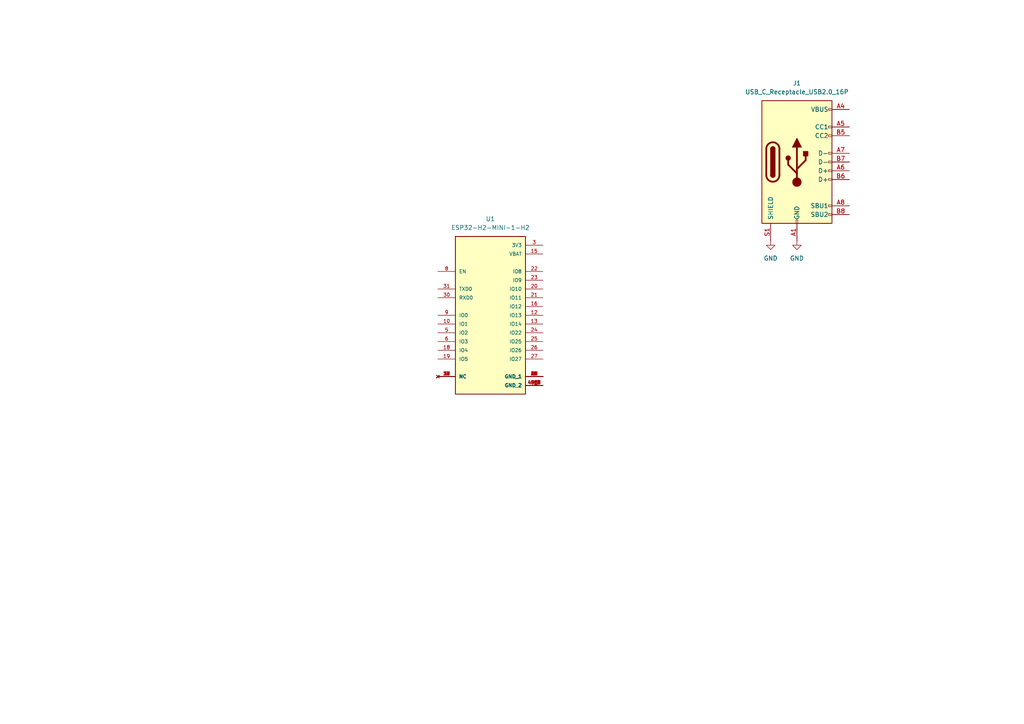
<source format=kicad_sch>
(kicad_sch
	(version 20231120)
	(generator "eeschema")
	(generator_version "8.0")
	(uuid "303c02ee-9c06-4395-a3b1-c7d7e75774af")
	(paper "A4")
	(lib_symbols
		(symbol "Connector:USB_C_Receptacle_USB2.0_16P"
			(pin_names
				(offset 1.016)
			)
			(exclude_from_sim no)
			(in_bom yes)
			(on_board yes)
			(property "Reference" "J"
				(at 0 22.225 0)
				(effects
					(font
						(size 1.27 1.27)
					)
				)
			)
			(property "Value" "USB_C_Receptacle_USB2.0_16P"
				(at 0 19.685 0)
				(effects
					(font
						(size 1.27 1.27)
					)
				)
			)
			(property "Footprint" ""
				(at 3.81 0 0)
				(effects
					(font
						(size 1.27 1.27)
					)
					(hide yes)
				)
			)
			(property "Datasheet" "https://www.usb.org/sites/default/files/documents/usb_type-c.zip"
				(at 3.81 0 0)
				(effects
					(font
						(size 1.27 1.27)
					)
					(hide yes)
				)
			)
			(property "Description" "USB 2.0-only 16P Type-C Receptacle connector"
				(at 0 0 0)
				(effects
					(font
						(size 1.27 1.27)
					)
					(hide yes)
				)
			)
			(property "ki_keywords" "usb universal serial bus type-C USB2.0"
				(at 0 0 0)
				(effects
					(font
						(size 1.27 1.27)
					)
					(hide yes)
				)
			)
			(property "ki_fp_filters" "USB*C*Receptacle*"
				(at 0 0 0)
				(effects
					(font
						(size 1.27 1.27)
					)
					(hide yes)
				)
			)
			(symbol "USB_C_Receptacle_USB2.0_16P_0_0"
				(rectangle
					(start -0.254 -17.78)
					(end 0.254 -16.764)
					(stroke
						(width 0)
						(type default)
					)
					(fill
						(type none)
					)
				)
				(rectangle
					(start 10.16 -14.986)
					(end 9.144 -15.494)
					(stroke
						(width 0)
						(type default)
					)
					(fill
						(type none)
					)
				)
				(rectangle
					(start 10.16 -12.446)
					(end 9.144 -12.954)
					(stroke
						(width 0)
						(type default)
					)
					(fill
						(type none)
					)
				)
				(rectangle
					(start 10.16 -4.826)
					(end 9.144 -5.334)
					(stroke
						(width 0)
						(type default)
					)
					(fill
						(type none)
					)
				)
				(rectangle
					(start 10.16 -2.286)
					(end 9.144 -2.794)
					(stroke
						(width 0)
						(type default)
					)
					(fill
						(type none)
					)
				)
				(rectangle
					(start 10.16 0.254)
					(end 9.144 -0.254)
					(stroke
						(width 0)
						(type default)
					)
					(fill
						(type none)
					)
				)
				(rectangle
					(start 10.16 2.794)
					(end 9.144 2.286)
					(stroke
						(width 0)
						(type default)
					)
					(fill
						(type none)
					)
				)
				(rectangle
					(start 10.16 7.874)
					(end 9.144 7.366)
					(stroke
						(width 0)
						(type default)
					)
					(fill
						(type none)
					)
				)
				(rectangle
					(start 10.16 10.414)
					(end 9.144 9.906)
					(stroke
						(width 0)
						(type default)
					)
					(fill
						(type none)
					)
				)
				(rectangle
					(start 10.16 15.494)
					(end 9.144 14.986)
					(stroke
						(width 0)
						(type default)
					)
					(fill
						(type none)
					)
				)
			)
			(symbol "USB_C_Receptacle_USB2.0_16P_0_1"
				(rectangle
					(start -10.16 17.78)
					(end 10.16 -17.78)
					(stroke
						(width 0.254)
						(type default)
					)
					(fill
						(type background)
					)
				)
				(arc
					(start -8.89 -3.81)
					(mid -6.985 -5.7067)
					(end -5.08 -3.81)
					(stroke
						(width 0.508)
						(type default)
					)
					(fill
						(type none)
					)
				)
				(arc
					(start -7.62 -3.81)
					(mid -6.985 -4.4423)
					(end -6.35 -3.81)
					(stroke
						(width 0.254)
						(type default)
					)
					(fill
						(type none)
					)
				)
				(arc
					(start -7.62 -3.81)
					(mid -6.985 -4.4423)
					(end -6.35 -3.81)
					(stroke
						(width 0.254)
						(type default)
					)
					(fill
						(type outline)
					)
				)
				(rectangle
					(start -7.62 -3.81)
					(end -6.35 3.81)
					(stroke
						(width 0.254)
						(type default)
					)
					(fill
						(type outline)
					)
				)
				(arc
					(start -6.35 3.81)
					(mid -6.985 4.4423)
					(end -7.62 3.81)
					(stroke
						(width 0.254)
						(type default)
					)
					(fill
						(type none)
					)
				)
				(arc
					(start -6.35 3.81)
					(mid -6.985 4.4423)
					(end -7.62 3.81)
					(stroke
						(width 0.254)
						(type default)
					)
					(fill
						(type outline)
					)
				)
				(arc
					(start -5.08 3.81)
					(mid -6.985 5.7067)
					(end -8.89 3.81)
					(stroke
						(width 0.508)
						(type default)
					)
					(fill
						(type none)
					)
				)
				(circle
					(center -2.54 1.143)
					(radius 0.635)
					(stroke
						(width 0.254)
						(type default)
					)
					(fill
						(type outline)
					)
				)
				(circle
					(center 0 -5.842)
					(radius 1.27)
					(stroke
						(width 0)
						(type default)
					)
					(fill
						(type outline)
					)
				)
				(polyline
					(pts
						(xy -8.89 -3.81) (xy -8.89 3.81)
					)
					(stroke
						(width 0.508)
						(type default)
					)
					(fill
						(type none)
					)
				)
				(polyline
					(pts
						(xy -5.08 3.81) (xy -5.08 -3.81)
					)
					(stroke
						(width 0.508)
						(type default)
					)
					(fill
						(type none)
					)
				)
				(polyline
					(pts
						(xy 0 -5.842) (xy 0 4.318)
					)
					(stroke
						(width 0.508)
						(type default)
					)
					(fill
						(type none)
					)
				)
				(polyline
					(pts
						(xy 0 -3.302) (xy -2.54 -0.762) (xy -2.54 0.508)
					)
					(stroke
						(width 0.508)
						(type default)
					)
					(fill
						(type none)
					)
				)
				(polyline
					(pts
						(xy 0 -2.032) (xy 2.54 0.508) (xy 2.54 1.778)
					)
					(stroke
						(width 0.508)
						(type default)
					)
					(fill
						(type none)
					)
				)
				(polyline
					(pts
						(xy -1.27 4.318) (xy 0 6.858) (xy 1.27 4.318) (xy -1.27 4.318)
					)
					(stroke
						(width 0.254)
						(type default)
					)
					(fill
						(type outline)
					)
				)
				(rectangle
					(start 1.905 1.778)
					(end 3.175 3.048)
					(stroke
						(width 0.254)
						(type default)
					)
					(fill
						(type outline)
					)
				)
			)
			(symbol "USB_C_Receptacle_USB2.0_16P_1_1"
				(pin passive line
					(at 0 -22.86 90)
					(length 5.08)
					(name "GND"
						(effects
							(font
								(size 1.27 1.27)
							)
						)
					)
					(number "A1"
						(effects
							(font
								(size 1.27 1.27)
							)
						)
					)
				)
				(pin passive line
					(at 0 -22.86 90)
					(length 5.08) hide
					(name "GND"
						(effects
							(font
								(size 1.27 1.27)
							)
						)
					)
					(number "A12"
						(effects
							(font
								(size 1.27 1.27)
							)
						)
					)
				)
				(pin passive line
					(at 15.24 15.24 180)
					(length 5.08)
					(name "VBUS"
						(effects
							(font
								(size 1.27 1.27)
							)
						)
					)
					(number "A4"
						(effects
							(font
								(size 1.27 1.27)
							)
						)
					)
				)
				(pin bidirectional line
					(at 15.24 10.16 180)
					(length 5.08)
					(name "CC1"
						(effects
							(font
								(size 1.27 1.27)
							)
						)
					)
					(number "A5"
						(effects
							(font
								(size 1.27 1.27)
							)
						)
					)
				)
				(pin bidirectional line
					(at 15.24 -2.54 180)
					(length 5.08)
					(name "D+"
						(effects
							(font
								(size 1.27 1.27)
							)
						)
					)
					(number "A6"
						(effects
							(font
								(size 1.27 1.27)
							)
						)
					)
				)
				(pin bidirectional line
					(at 15.24 2.54 180)
					(length 5.08)
					(name "D-"
						(effects
							(font
								(size 1.27 1.27)
							)
						)
					)
					(number "A7"
						(effects
							(font
								(size 1.27 1.27)
							)
						)
					)
				)
				(pin bidirectional line
					(at 15.24 -12.7 180)
					(length 5.08)
					(name "SBU1"
						(effects
							(font
								(size 1.27 1.27)
							)
						)
					)
					(number "A8"
						(effects
							(font
								(size 1.27 1.27)
							)
						)
					)
				)
				(pin passive line
					(at 15.24 15.24 180)
					(length 5.08) hide
					(name "VBUS"
						(effects
							(font
								(size 1.27 1.27)
							)
						)
					)
					(number "A9"
						(effects
							(font
								(size 1.27 1.27)
							)
						)
					)
				)
				(pin passive line
					(at 0 -22.86 90)
					(length 5.08) hide
					(name "GND"
						(effects
							(font
								(size 1.27 1.27)
							)
						)
					)
					(number "B1"
						(effects
							(font
								(size 1.27 1.27)
							)
						)
					)
				)
				(pin passive line
					(at 0 -22.86 90)
					(length 5.08) hide
					(name "GND"
						(effects
							(font
								(size 1.27 1.27)
							)
						)
					)
					(number "B12"
						(effects
							(font
								(size 1.27 1.27)
							)
						)
					)
				)
				(pin passive line
					(at 15.24 15.24 180)
					(length 5.08) hide
					(name "VBUS"
						(effects
							(font
								(size 1.27 1.27)
							)
						)
					)
					(number "B4"
						(effects
							(font
								(size 1.27 1.27)
							)
						)
					)
				)
				(pin bidirectional line
					(at 15.24 7.62 180)
					(length 5.08)
					(name "CC2"
						(effects
							(font
								(size 1.27 1.27)
							)
						)
					)
					(number "B5"
						(effects
							(font
								(size 1.27 1.27)
							)
						)
					)
				)
				(pin bidirectional line
					(at 15.24 -5.08 180)
					(length 5.08)
					(name "D+"
						(effects
							(font
								(size 1.27 1.27)
							)
						)
					)
					(number "B6"
						(effects
							(font
								(size 1.27 1.27)
							)
						)
					)
				)
				(pin bidirectional line
					(at 15.24 0 180)
					(length 5.08)
					(name "D-"
						(effects
							(font
								(size 1.27 1.27)
							)
						)
					)
					(number "B7"
						(effects
							(font
								(size 1.27 1.27)
							)
						)
					)
				)
				(pin bidirectional line
					(at 15.24 -15.24 180)
					(length 5.08)
					(name "SBU2"
						(effects
							(font
								(size 1.27 1.27)
							)
						)
					)
					(number "B8"
						(effects
							(font
								(size 1.27 1.27)
							)
						)
					)
				)
				(pin passive line
					(at 15.24 15.24 180)
					(length 5.08) hide
					(name "VBUS"
						(effects
							(font
								(size 1.27 1.27)
							)
						)
					)
					(number "B9"
						(effects
							(font
								(size 1.27 1.27)
							)
						)
					)
				)
				(pin passive line
					(at -7.62 -22.86 90)
					(length 5.08)
					(name "SHIELD"
						(effects
							(font
								(size 1.27 1.27)
							)
						)
					)
					(number "S1"
						(effects
							(font
								(size 1.27 1.27)
							)
						)
					)
				)
			)
		)
		(symbol "ESP32-H2-MINI-1-H2:ESP32-H2-MINI-1-H2"
			(pin_names
				(offset 1.016)
			)
			(exclude_from_sim no)
			(in_bom yes)
			(on_board yes)
			(property "Reference" "U"
				(at -10.16 23.622 0)
				(effects
					(font
						(size 1.27 1.27)
					)
					(justify left bottom)
				)
			)
			(property "Value" "ESP32-H2-MINI-1-H2"
				(at -10.16 -25.4 0)
				(effects
					(font
						(size 1.27 1.27)
					)
					(justify left bottom)
				)
			)
			(property "Footprint" "ESP32-H2-MINI-1-H2:MODULE_ESP32-H2-MINI-1-H2"
				(at 0 0 0)
				(effects
					(font
						(size 1.27 1.27)
					)
					(justify bottom)
					(hide yes)
				)
			)
			(property "Datasheet" ""
				(at 0 0 0)
				(effects
					(font
						(size 1.27 1.27)
					)
					(hide yes)
				)
			)
			(property "Description" ""
				(at 0 0 0)
				(effects
					(font
						(size 1.27 1.27)
					)
					(hide yes)
				)
			)
			(property "DigiKey_Part_Number" "1965-ESP32-H2-MINI-1-H2TR-ND"
				(at 0 0 0)
				(effects
					(font
						(size 1.27 1.27)
					)
					(justify bottom)
					(hide yes)
				)
			)
			(property "SnapEDA_Link" "https://www.snapeda.com/parts/ESP32-H2-MINI-1-H2/Espressif+Systems/view-part/?ref=snap"
				(at 0 0 0)
				(effects
					(font
						(size 1.27 1.27)
					)
					(justify bottom)
					(hide yes)
				)
			)
			(property "MAXIMUM_PACKAGE_HEIGHT" "2.55mm"
				(at 0 0 0)
				(effects
					(font
						(size 1.27 1.27)
					)
					(justify bottom)
					(hide yes)
				)
			)
			(property "Package" "SMD-53 Espressif Systems"
				(at 0 0 0)
				(effects
					(font
						(size 1.27 1.27)
					)
					(justify bottom)
					(hide yes)
				)
			)
			(property "Check_prices" "https://www.snapeda.com/parts/ESP32-H2-MINI-1-H2/Espressif+Systems/view-part/?ref=eda"
				(at 0 0 0)
				(effects
					(font
						(size 1.27 1.27)
					)
					(justify bottom)
					(hide yes)
				)
			)
			(property "STANDARD" "Manufacturer Recommendations"
				(at 0 0 0)
				(effects
					(font
						(size 1.27 1.27)
					)
					(justify bottom)
					(hide yes)
				)
			)
			(property "PARTREV" "v0.5"
				(at 0 0 0)
				(effects
					(font
						(size 1.27 1.27)
					)
					(justify bottom)
					(hide yes)
				)
			)
			(property "MF" "Espressif Systems"
				(at 0 0 0)
				(effects
					(font
						(size 1.27 1.27)
					)
					(justify bottom)
					(hide yes)
				)
			)
			(property "MP" "ESP32-H2-MINI-1-H2"
				(at 0 0 0)
				(effects
					(font
						(size 1.27 1.27)
					)
					(justify bottom)
					(hide yes)
				)
			)
			(property "Description_1" "\n                        \n                            802.15.4, Bluetooth Bluetooth v5.3, Zigbee® Transceiver Module 2.4GHz Integrated, Trace Surface Mount\n                        \n"
				(at 0 0 0)
				(effects
					(font
						(size 1.27 1.27)
					)
					(justify bottom)
					(hide yes)
				)
			)
			(property "MANUFACTURER" "Espressif Systems"
				(at 0 0 0)
				(effects
					(font
						(size 1.27 1.27)
					)
					(justify bottom)
					(hide yes)
				)
			)
			(property "SNAPEDA_PN" "ESP32-H2-MINI-1-H2"
				(at 0 0 0)
				(effects
					(font
						(size 1.27 1.27)
					)
					(justify bottom)
					(hide yes)
				)
			)
			(symbol "ESP32-H2-MINI-1-H2_0_0"
				(rectangle
					(start -10.16 22.86)
					(end 10.16 -22.86)
					(stroke
						(width 0.254)
						(type default)
					)
					(fill
						(type background)
					)
				)
				(pin power_in line
					(at 15.24 -17.78 180)
					(length 5.08)
					(name "GND_1"
						(effects
							(font
								(size 1.016 1.016)
							)
						)
					)
					(number "1"
						(effects
							(font
								(size 1.016 1.016)
							)
						)
					)
				)
				(pin bidirectional line
					(at -15.24 -2.54 0)
					(length 5.08)
					(name "IO1"
						(effects
							(font
								(size 1.016 1.016)
							)
						)
					)
					(number "10"
						(effects
							(font
								(size 1.016 1.016)
							)
						)
					)
				)
				(pin power_in line
					(at 15.24 -17.78 180)
					(length 5.08)
					(name "GND_1"
						(effects
							(font
								(size 1.016 1.016)
							)
						)
					)
					(number "11"
						(effects
							(font
								(size 1.016 1.016)
							)
						)
					)
				)
				(pin bidirectional line
					(at 15.24 0 180)
					(length 5.08)
					(name "IO13"
						(effects
							(font
								(size 1.016 1.016)
							)
						)
					)
					(number "12"
						(effects
							(font
								(size 1.016 1.016)
							)
						)
					)
				)
				(pin bidirectional line
					(at 15.24 -2.54 180)
					(length 5.08)
					(name "IO14"
						(effects
							(font
								(size 1.016 1.016)
							)
						)
					)
					(number "13"
						(effects
							(font
								(size 1.016 1.016)
							)
						)
					)
				)
				(pin power_in line
					(at 15.24 -17.78 180)
					(length 5.08)
					(name "GND_1"
						(effects
							(font
								(size 1.016 1.016)
							)
						)
					)
					(number "14"
						(effects
							(font
								(size 1.016 1.016)
							)
						)
					)
				)
				(pin power_in line
					(at 15.24 17.78 180)
					(length 5.08)
					(name "VBAT"
						(effects
							(font
								(size 1.016 1.016)
							)
						)
					)
					(number "15"
						(effects
							(font
								(size 1.016 1.016)
							)
						)
					)
				)
				(pin bidirectional line
					(at 15.24 2.54 180)
					(length 5.08)
					(name "IO12"
						(effects
							(font
								(size 1.016 1.016)
							)
						)
					)
					(number "16"
						(effects
							(font
								(size 1.016 1.016)
							)
						)
					)
				)
				(pin no_connect line
					(at -15.24 -17.78 0)
					(length 5.08)
					(name "NC"
						(effects
							(font
								(size 1.016 1.016)
							)
						)
					)
					(number "17"
						(effects
							(font
								(size 1.016 1.016)
							)
						)
					)
				)
				(pin bidirectional line
					(at -15.24 -10.16 0)
					(length 5.08)
					(name "IO4"
						(effects
							(font
								(size 1.016 1.016)
							)
						)
					)
					(number "18"
						(effects
							(font
								(size 1.016 1.016)
							)
						)
					)
				)
				(pin bidirectional line
					(at -15.24 -12.7 0)
					(length 5.08)
					(name "IO5"
						(effects
							(font
								(size 1.016 1.016)
							)
						)
					)
					(number "19"
						(effects
							(font
								(size 1.016 1.016)
							)
						)
					)
				)
				(pin power_in line
					(at 15.24 -17.78 180)
					(length 5.08)
					(name "GND_1"
						(effects
							(font
								(size 1.016 1.016)
							)
						)
					)
					(number "2"
						(effects
							(font
								(size 1.016 1.016)
							)
						)
					)
				)
				(pin bidirectional line
					(at 15.24 7.62 180)
					(length 5.08)
					(name "IO10"
						(effects
							(font
								(size 1.016 1.016)
							)
						)
					)
					(number "20"
						(effects
							(font
								(size 1.016 1.016)
							)
						)
					)
				)
				(pin bidirectional line
					(at 15.24 5.08 180)
					(length 5.08)
					(name "IO11"
						(effects
							(font
								(size 1.016 1.016)
							)
						)
					)
					(number "21"
						(effects
							(font
								(size 1.016 1.016)
							)
						)
					)
				)
				(pin bidirectional line
					(at 15.24 12.7 180)
					(length 5.08)
					(name "IO8"
						(effects
							(font
								(size 1.016 1.016)
							)
						)
					)
					(number "22"
						(effects
							(font
								(size 1.016 1.016)
							)
						)
					)
				)
				(pin bidirectional line
					(at 15.24 10.16 180)
					(length 5.08)
					(name "IO9"
						(effects
							(font
								(size 1.016 1.016)
							)
						)
					)
					(number "23"
						(effects
							(font
								(size 1.016 1.016)
							)
						)
					)
				)
				(pin bidirectional line
					(at 15.24 -5.08 180)
					(length 5.08)
					(name "IO22"
						(effects
							(font
								(size 1.016 1.016)
							)
						)
					)
					(number "24"
						(effects
							(font
								(size 1.016 1.016)
							)
						)
					)
				)
				(pin bidirectional line
					(at 15.24 -7.62 180)
					(length 5.08)
					(name "IO25"
						(effects
							(font
								(size 1.016 1.016)
							)
						)
					)
					(number "25"
						(effects
							(font
								(size 1.016 1.016)
							)
						)
					)
				)
				(pin bidirectional line
					(at 15.24 -10.16 180)
					(length 5.08)
					(name "IO26"
						(effects
							(font
								(size 1.016 1.016)
							)
						)
					)
					(number "26"
						(effects
							(font
								(size 1.016 1.016)
							)
						)
					)
				)
				(pin bidirectional line
					(at 15.24 -12.7 180)
					(length 5.08)
					(name "IO27"
						(effects
							(font
								(size 1.016 1.016)
							)
						)
					)
					(number "27"
						(effects
							(font
								(size 1.016 1.016)
							)
						)
					)
				)
				(pin no_connect line
					(at -15.24 -17.78 0)
					(length 5.08)
					(name "NC"
						(effects
							(font
								(size 1.016 1.016)
							)
						)
					)
					(number "28"
						(effects
							(font
								(size 1.016 1.016)
							)
						)
					)
				)
				(pin no_connect line
					(at -15.24 -17.78 0)
					(length 5.08)
					(name "NC"
						(effects
							(font
								(size 1.016 1.016)
							)
						)
					)
					(number "29"
						(effects
							(font
								(size 1.016 1.016)
							)
						)
					)
				)
				(pin power_in line
					(at 15.24 20.32 180)
					(length 5.08)
					(name "3V3"
						(effects
							(font
								(size 1.016 1.016)
							)
						)
					)
					(number "3"
						(effects
							(font
								(size 1.016 1.016)
							)
						)
					)
				)
				(pin bidirectional line
					(at -15.24 5.08 0)
					(length 5.08)
					(name "RXD0"
						(effects
							(font
								(size 1.016 1.016)
							)
						)
					)
					(number "30"
						(effects
							(font
								(size 1.016 1.016)
							)
						)
					)
				)
				(pin bidirectional line
					(at -15.24 7.62 0)
					(length 5.08)
					(name "TXD0"
						(effects
							(font
								(size 1.016 1.016)
							)
						)
					)
					(number "31"
						(effects
							(font
								(size 1.016 1.016)
							)
						)
					)
				)
				(pin no_connect line
					(at -15.24 -17.78 0)
					(length 5.08)
					(name "NC"
						(effects
							(font
								(size 1.016 1.016)
							)
						)
					)
					(number "32"
						(effects
							(font
								(size 1.016 1.016)
							)
						)
					)
				)
				(pin no_connect line
					(at -15.24 -17.78 0)
					(length 5.08)
					(name "NC"
						(effects
							(font
								(size 1.016 1.016)
							)
						)
					)
					(number "33"
						(effects
							(font
								(size 1.016 1.016)
							)
						)
					)
				)
				(pin no_connect line
					(at -15.24 -17.78 0)
					(length 5.08)
					(name "NC"
						(effects
							(font
								(size 1.016 1.016)
							)
						)
					)
					(number "34"
						(effects
							(font
								(size 1.016 1.016)
							)
						)
					)
				)
				(pin no_connect line
					(at -15.24 -17.78 0)
					(length 5.08)
					(name "NC"
						(effects
							(font
								(size 1.016 1.016)
							)
						)
					)
					(number "35"
						(effects
							(font
								(size 1.016 1.016)
							)
						)
					)
				)
				(pin power_in line
					(at 15.24 -17.78 180)
					(length 5.08)
					(name "GND_1"
						(effects
							(font
								(size 1.016 1.016)
							)
						)
					)
					(number "36"
						(effects
							(font
								(size 1.016 1.016)
							)
						)
					)
				)
				(pin power_in line
					(at 15.24 -17.78 180)
					(length 5.08)
					(name "GND_1"
						(effects
							(font
								(size 1.016 1.016)
							)
						)
					)
					(number "37"
						(effects
							(font
								(size 1.016 1.016)
							)
						)
					)
				)
				(pin power_in line
					(at 15.24 -17.78 180)
					(length 5.08)
					(name "GND_1"
						(effects
							(font
								(size 1.016 1.016)
							)
						)
					)
					(number "38"
						(effects
							(font
								(size 1.016 1.016)
							)
						)
					)
				)
				(pin power_in line
					(at 15.24 -17.78 180)
					(length 5.08)
					(name "GND_1"
						(effects
							(font
								(size 1.016 1.016)
							)
						)
					)
					(number "39"
						(effects
							(font
								(size 1.016 1.016)
							)
						)
					)
				)
				(pin no_connect line
					(at -15.24 -17.78 0)
					(length 5.08)
					(name "NC"
						(effects
							(font
								(size 1.016 1.016)
							)
						)
					)
					(number "4"
						(effects
							(font
								(size 1.016 1.016)
							)
						)
					)
				)
				(pin power_in line
					(at 15.24 -17.78 180)
					(length 5.08)
					(name "GND_1"
						(effects
							(font
								(size 1.016 1.016)
							)
						)
					)
					(number "40"
						(effects
							(font
								(size 1.016 1.016)
							)
						)
					)
				)
				(pin power_in line
					(at 15.24 -17.78 180)
					(length 5.08)
					(name "GND_1"
						(effects
							(font
								(size 1.016 1.016)
							)
						)
					)
					(number "41"
						(effects
							(font
								(size 1.016 1.016)
							)
						)
					)
				)
				(pin power_in line
					(at 15.24 -17.78 180)
					(length 5.08)
					(name "GND_1"
						(effects
							(font
								(size 1.016 1.016)
							)
						)
					)
					(number "42"
						(effects
							(font
								(size 1.016 1.016)
							)
						)
					)
				)
				(pin power_in line
					(at 15.24 -17.78 180)
					(length 5.08)
					(name "GND_1"
						(effects
							(font
								(size 1.016 1.016)
							)
						)
					)
					(number "43"
						(effects
							(font
								(size 1.016 1.016)
							)
						)
					)
				)
				(pin power_in line
					(at 15.24 -17.78 180)
					(length 5.08)
					(name "GND_1"
						(effects
							(font
								(size 1.016 1.016)
							)
						)
					)
					(number "44"
						(effects
							(font
								(size 1.016 1.016)
							)
						)
					)
				)
				(pin power_in line
					(at 15.24 -17.78 180)
					(length 5.08)
					(name "GND_1"
						(effects
							(font
								(size 1.016 1.016)
							)
						)
					)
					(number "45"
						(effects
							(font
								(size 1.016 1.016)
							)
						)
					)
				)
				(pin power_in line
					(at 15.24 -17.78 180)
					(length 5.08)
					(name "GND_1"
						(effects
							(font
								(size 1.016 1.016)
							)
						)
					)
					(number "46"
						(effects
							(font
								(size 1.016 1.016)
							)
						)
					)
				)
				(pin power_in line
					(at 15.24 -20.32 180)
					(length 5.08)
					(name "GND_2"
						(effects
							(font
								(size 1.016 1.016)
							)
						)
					)
					(number "47"
						(effects
							(font
								(size 1.016 1.016)
							)
						)
					)
				)
				(pin power_in line
					(at 15.24 -20.32 180)
					(length 5.08)
					(name "GND_2"
						(effects
							(font
								(size 1.016 1.016)
							)
						)
					)
					(number "48"
						(effects
							(font
								(size 1.016 1.016)
							)
						)
					)
				)
				(pin power_in line
					(at 15.24 -20.32 180)
					(length 5.08)
					(name "GND_2"
						(effects
							(font
								(size 1.016 1.016)
							)
						)
					)
					(number "49_1"
						(effects
							(font
								(size 1.016 1.016)
							)
						)
					)
				)
				(pin power_in line
					(at 15.24 -20.32 180)
					(length 5.08)
					(name "GND_2"
						(effects
							(font
								(size 1.016 1.016)
							)
						)
					)
					(number "49_2"
						(effects
							(font
								(size 1.016 1.016)
							)
						)
					)
				)
				(pin power_in line
					(at 15.24 -20.32 180)
					(length 5.08)
					(name "GND_2"
						(effects
							(font
								(size 1.016 1.016)
							)
						)
					)
					(number "49_3"
						(effects
							(font
								(size 1.016 1.016)
							)
						)
					)
				)
				(pin power_in line
					(at 15.24 -20.32 180)
					(length 5.08)
					(name "GND_2"
						(effects
							(font
								(size 1.016 1.016)
							)
						)
					)
					(number "49_4"
						(effects
							(font
								(size 1.016 1.016)
							)
						)
					)
				)
				(pin power_in line
					(at 15.24 -20.32 180)
					(length 5.08)
					(name "GND_2"
						(effects
							(font
								(size 1.016 1.016)
							)
						)
					)
					(number "49_5"
						(effects
							(font
								(size 1.016 1.016)
							)
						)
					)
				)
				(pin power_in line
					(at 15.24 -20.32 180)
					(length 5.08)
					(name "GND_2"
						(effects
							(font
								(size 1.016 1.016)
							)
						)
					)
					(number "49_6"
						(effects
							(font
								(size 1.016 1.016)
							)
						)
					)
				)
				(pin power_in line
					(at 15.24 -20.32 180)
					(length 5.08)
					(name "GND_2"
						(effects
							(font
								(size 1.016 1.016)
							)
						)
					)
					(number "49_7"
						(effects
							(font
								(size 1.016 1.016)
							)
						)
					)
				)
				(pin power_in line
					(at 15.24 -20.32 180)
					(length 5.08)
					(name "GND_2"
						(effects
							(font
								(size 1.016 1.016)
							)
						)
					)
					(number "49_8"
						(effects
							(font
								(size 1.016 1.016)
							)
						)
					)
				)
				(pin power_in line
					(at 15.24 -20.32 180)
					(length 5.08)
					(name "GND_2"
						(effects
							(font
								(size 1.016 1.016)
							)
						)
					)
					(number "49_9"
						(effects
							(font
								(size 1.016 1.016)
							)
						)
					)
				)
				(pin bidirectional line
					(at -15.24 -5.08 0)
					(length 5.08)
					(name "IO2"
						(effects
							(font
								(size 1.016 1.016)
							)
						)
					)
					(number "5"
						(effects
							(font
								(size 1.016 1.016)
							)
						)
					)
				)
				(pin power_in line
					(at 15.24 -20.32 180)
					(length 5.08)
					(name "GND_2"
						(effects
							(font
								(size 1.016 1.016)
							)
						)
					)
					(number "50"
						(effects
							(font
								(size 1.016 1.016)
							)
						)
					)
				)
				(pin power_in line
					(at 15.24 -20.32 180)
					(length 5.08)
					(name "GND_2"
						(effects
							(font
								(size 1.016 1.016)
							)
						)
					)
					(number "51"
						(effects
							(font
								(size 1.016 1.016)
							)
						)
					)
				)
				(pin power_in line
					(at 15.24 -20.32 180)
					(length 5.08)
					(name "GND_2"
						(effects
							(font
								(size 1.016 1.016)
							)
						)
					)
					(number "52"
						(effects
							(font
								(size 1.016 1.016)
							)
						)
					)
				)
				(pin power_in line
					(at 15.24 -20.32 180)
					(length 5.08)
					(name "GND_2"
						(effects
							(font
								(size 1.016 1.016)
							)
						)
					)
					(number "53"
						(effects
							(font
								(size 1.016 1.016)
							)
						)
					)
				)
				(pin bidirectional line
					(at -15.24 -7.62 0)
					(length 5.08)
					(name "IO3"
						(effects
							(font
								(size 1.016 1.016)
							)
						)
					)
					(number "6"
						(effects
							(font
								(size 1.016 1.016)
							)
						)
					)
				)
				(pin no_connect line
					(at -15.24 -17.78 0)
					(length 5.08)
					(name "NC"
						(effects
							(font
								(size 1.016 1.016)
							)
						)
					)
					(number "7"
						(effects
							(font
								(size 1.016 1.016)
							)
						)
					)
				)
				(pin input line
					(at -15.24 12.7 0)
					(length 5.08)
					(name "EN"
						(effects
							(font
								(size 1.016 1.016)
							)
						)
					)
					(number "8"
						(effects
							(font
								(size 1.016 1.016)
							)
						)
					)
				)
				(pin bidirectional line
					(at -15.24 0 0)
					(length 5.08)
					(name "IO0"
						(effects
							(font
								(size 1.016 1.016)
							)
						)
					)
					(number "9"
						(effects
							(font
								(size 1.016 1.016)
							)
						)
					)
				)
			)
		)
		(symbol "power:GND"
			(power)
			(pin_numbers hide)
			(pin_names
				(offset 0) hide)
			(exclude_from_sim no)
			(in_bom yes)
			(on_board yes)
			(property "Reference" "#PWR"
				(at 0 -6.35 0)
				(effects
					(font
						(size 1.27 1.27)
					)
					(hide yes)
				)
			)
			(property "Value" "GND"
				(at 0 -3.81 0)
				(effects
					(font
						(size 1.27 1.27)
					)
				)
			)
			(property "Footprint" ""
				(at 0 0 0)
				(effects
					(font
						(size 1.27 1.27)
					)
					(hide yes)
				)
			)
			(property "Datasheet" ""
				(at 0 0 0)
				(effects
					(font
						(size 1.27 1.27)
					)
					(hide yes)
				)
			)
			(property "Description" "Power symbol creates a global label with name \"GND\" , ground"
				(at 0 0 0)
				(effects
					(font
						(size 1.27 1.27)
					)
					(hide yes)
				)
			)
			(property "ki_keywords" "global power"
				(at 0 0 0)
				(effects
					(font
						(size 1.27 1.27)
					)
					(hide yes)
				)
			)
			(symbol "GND_0_1"
				(polyline
					(pts
						(xy 0 0) (xy 0 -1.27) (xy 1.27 -1.27) (xy 0 -2.54) (xy -1.27 -1.27) (xy 0 -1.27)
					)
					(stroke
						(width 0)
						(type default)
					)
					(fill
						(type none)
					)
				)
			)
			(symbol "GND_1_1"
				(pin power_in line
					(at 0 0 270)
					(length 0)
					(name "~"
						(effects
							(font
								(size 1.27 1.27)
							)
						)
					)
					(number "1"
						(effects
							(font
								(size 1.27 1.27)
							)
						)
					)
				)
			)
		)
	)
	(symbol
		(lib_id "ESP32-H2-MINI-1-H2:ESP32-H2-MINI-1-H2")
		(at 142.24 91.44 0)
		(unit 1)
		(exclude_from_sim no)
		(in_bom yes)
		(on_board yes)
		(dnp no)
		(fields_autoplaced yes)
		(uuid "67b84766-aeed-4ce1-82a4-8d8e96130670")
		(property "Reference" "U1"
			(at 142.24 63.5 0)
			(effects
				(font
					(size 1.27 1.27)
				)
			)
		)
		(property "Value" "ESP32-H2-MINI-1-H2"
			(at 142.24 66.04 0)
			(effects
				(font
					(size 1.27 1.27)
				)
			)
		)
		(property "Footprint" "ESP32-H2-MINI-1-H2:MODULE_ESP32-H2-MINI-1-H2"
			(at 142.24 91.44 0)
			(effects
				(font
					(size 1.27 1.27)
				)
				(justify bottom)
				(hide yes)
			)
		)
		(property "Datasheet" ""
			(at 142.24 91.44 0)
			(effects
				(font
					(size 1.27 1.27)
				)
				(hide yes)
			)
		)
		(property "Description" ""
			(at 142.24 91.44 0)
			(effects
				(font
					(size 1.27 1.27)
				)
				(hide yes)
			)
		)
		(property "DigiKey_Part_Number" "1965-ESP32-H2-MINI-1-H2TR-ND"
			(at 142.24 91.44 0)
			(effects
				(font
					(size 1.27 1.27)
				)
				(justify bottom)
				(hide yes)
			)
		)
		(property "SnapEDA_Link" "https://www.snapeda.com/parts/ESP32-H2-MINI-1-H2/Espressif+Systems/view-part/?ref=snap"
			(at 142.24 91.44 0)
			(effects
				(font
					(size 1.27 1.27)
				)
				(justify bottom)
				(hide yes)
			)
		)
		(property "MAXIMUM_PACKAGE_HEIGHT" "2.55mm"
			(at 142.24 91.44 0)
			(effects
				(font
					(size 1.27 1.27)
				)
				(justify bottom)
				(hide yes)
			)
		)
		(property "Package" "SMD-53 Espressif Systems"
			(at 142.24 91.44 0)
			(effects
				(font
					(size 1.27 1.27)
				)
				(justify bottom)
				(hide yes)
			)
		)
		(property "Check_prices" "https://www.snapeda.com/parts/ESP32-H2-MINI-1-H2/Espressif+Systems/view-part/?ref=eda"
			(at 142.24 91.44 0)
			(effects
				(font
					(size 1.27 1.27)
				)
				(justify bottom)
				(hide yes)
			)
		)
		(property "STANDARD" "Manufacturer Recommendations"
			(at 142.24 91.44 0)
			(effects
				(font
					(size 1.27 1.27)
				)
				(justify bottom)
				(hide yes)
			)
		)
		(property "PARTREV" "v0.5"
			(at 142.24 91.44 0)
			(effects
				(font
					(size 1.27 1.27)
				)
				(justify bottom)
				(hide yes)
			)
		)
		(property "MF" "Espressif Systems"
			(at 142.24 91.44 0)
			(effects
				(font
					(size 1.27 1.27)
				)
				(justify bottom)
				(hide yes)
			)
		)
		(property "MP" "ESP32-H2-MINI-1-H2"
			(at 142.24 91.44 0)
			(effects
				(font
					(size 1.27 1.27)
				)
				(justify bottom)
				(hide yes)
			)
		)
		(property "Description_1" "\n                        \n                            802.15.4, Bluetooth Bluetooth v5.3, Zigbee® Transceiver Module 2.4GHz Integrated, Trace Surface Mount\n                        \n"
			(at 142.24 91.44 0)
			(effects
				(font
					(size 1.27 1.27)
				)
				(justify bottom)
				(hide yes)
			)
		)
		(property "MANUFACTURER" "Espressif Systems"
			(at 142.24 91.44 0)
			(effects
				(font
					(size 1.27 1.27)
				)
				(justify bottom)
				(hide yes)
			)
		)
		(property "SNAPEDA_PN" "ESP32-H2-MINI-1-H2"
			(at 142.24 91.44 0)
			(effects
				(font
					(size 1.27 1.27)
				)
				(justify bottom)
				(hide yes)
			)
		)
		(pin "1"
			(uuid "3cf5e5fd-9233-46dd-ac5e-300e296e8d61")
		)
		(pin "21"
			(uuid "8cb0691d-7139-427a-9e53-f3f9739346fa")
		)
		(pin "13"
			(uuid "f81b608f-c370-45c6-8ae2-e688a02f2425")
		)
		(pin "43"
			(uuid "246ab939-5238-433f-8991-8a6a7f7721f2")
		)
		(pin "49_3"
			(uuid "e1b0065e-7e2e-43d1-8e78-6156d48d7647")
		)
		(pin "34"
			(uuid "d2b71638-4d1b-4d23-89c8-e8f48fd816c1")
		)
		(pin "16"
			(uuid "da4beb95-3847-4e1b-b896-445ce93f1d3d")
		)
		(pin "15"
			(uuid "1078f8b8-5376-4ff9-950a-55d402334cda")
		)
		(pin "12"
			(uuid "7b01015f-0acb-4104-85d9-3e77abf7fc14")
		)
		(pin "19"
			(uuid "cb3393b2-e4ca-42a8-b838-6da2d7ec64f8")
		)
		(pin "39"
			(uuid "9ad3a19c-acf7-4468-901f-7e9ef6fd7af9")
		)
		(pin "40"
			(uuid "b6396b4e-2e46-4426-97c9-0c54ed4b69e3")
		)
		(pin "33"
			(uuid "afe10d49-4c0f-47fc-91ef-b7d5eb5b8675")
		)
		(pin "47"
			(uuid "cfdc272c-19ec-4069-be41-855761844a39")
		)
		(pin "17"
			(uuid "c02952da-bd1c-44a3-a7b5-111aa9fe1898")
		)
		(pin "2"
			(uuid "98e85af2-3ebc-4ebb-98aa-1e525e5a4b14")
		)
		(pin "24"
			(uuid "539d0beb-a2b2-4fd9-9e82-f603d6bd4076")
		)
		(pin "11"
			(uuid "c46cb088-eda9-4ac7-9778-2d58c0a1499a")
		)
		(pin "31"
			(uuid "80d965b9-fbc0-466a-8426-08de3cb32098")
		)
		(pin "32"
			(uuid "8e3076f7-d8ef-4af2-abce-238fe278f756")
		)
		(pin "49_1"
			(uuid "61301ba1-2872-4529-9e16-1a135d16c718")
		)
		(pin "38"
			(uuid "da5f4c02-d82d-4c22-bed2-9e2674e0abcb")
		)
		(pin "28"
			(uuid "4ecf62c2-3628-47c7-baea-f8be28835aef")
		)
		(pin "4"
			(uuid "eb83053f-c843-4f2b-9dce-45579773de18")
		)
		(pin "42"
			(uuid "da7e2b52-9b37-40f3-acb7-625b3eb7d8a9")
		)
		(pin "23"
			(uuid "a5115356-8ff6-41ab-8135-0b3e003af2a2")
		)
		(pin "45"
			(uuid "8ad94415-8762-4978-bb3a-0d8a9adaf531")
		)
		(pin "48"
			(uuid "46196f57-4903-44a4-8395-e2f205931e73")
		)
		(pin "30"
			(uuid "0efe69c5-bad9-4a37-ab7f-f8bbd1ec563b")
		)
		(pin "44"
			(uuid "d4a7b1b4-b9ae-45d8-ae6c-b384b175275a")
		)
		(pin "49_2"
			(uuid "dcfafc9b-f7cc-4128-a20f-3dafaea01b39")
		)
		(pin "29"
			(uuid "a46e6c24-d9a7-48d6-a1bf-4a9f410580ce")
		)
		(pin "35"
			(uuid "77c0eb95-9d11-4534-a2f7-8261284d949d")
		)
		(pin "10"
			(uuid "c9772fd0-b8b6-4f3a-8bc6-1c1245a970a3")
		)
		(pin "18"
			(uuid "4b50476e-a92c-4795-8b06-1cf132c9b427")
		)
		(pin "36"
			(uuid "67e8a4aa-47da-46ca-bebe-93bc314fa1f9")
		)
		(pin "3"
			(uuid "d2fee63c-a440-42c4-ae43-994f600ef43a")
		)
		(pin "37"
			(uuid "eb2df525-a31b-4a57-ad4e-6d62faa378f5")
		)
		(pin "20"
			(uuid "60779cdc-2ed6-46f7-86a2-65d9e36d4234")
		)
		(pin "14"
			(uuid "ee468a32-9e7d-47e3-a1f6-846e1461740f")
		)
		(pin "25"
			(uuid "c88be97b-63c8-4015-9081-bf7cc44cb3cb")
		)
		(pin "26"
			(uuid "66cd264d-24d5-4fd8-af59-ec4e13834943")
		)
		(pin "22"
			(uuid "cc9bbc7e-2672-4a72-9ab4-5e1cde65c6a5")
		)
		(pin "27"
			(uuid "f7023c95-134d-4d82-a8a9-dd3e00af050d")
		)
		(pin "41"
			(uuid "2808fda7-372d-4a64-aa55-e582f945273c")
		)
		(pin "46"
			(uuid "108253b6-a81e-4fd9-b779-087b67088d84")
		)
		(pin "49_4"
			(uuid "c9152425-55ef-4887-a2cb-cefd650fa590")
		)
		(pin "49_5"
			(uuid "8d637eec-806b-4f9c-8d9d-4e4d1a8e51de")
		)
		(pin "49_6"
			(uuid "dbbc8767-e8c8-4ab8-8a05-6a1ac195377d")
		)
		(pin "49_7"
			(uuid "a4aeeb00-7a17-4a33-9bf6-9d79d53f2ea5")
		)
		(pin "49_9"
			(uuid "d9133bbc-610c-43b8-9b91-af59b6990e4c")
		)
		(pin "5"
			(uuid "375337a0-8af2-478e-b4ca-27dade7141ec")
		)
		(pin "50"
			(uuid "c975370d-d44a-4422-8c01-9324400b5ccc")
		)
		(pin "51"
			(uuid "1e7d8b04-193a-499c-a70e-ed058e8c71c3")
		)
		(pin "52"
			(uuid "1c16e8d1-7d6f-4a3e-8007-4654873c61f7")
		)
		(pin "49_8"
			(uuid "9e390e44-816f-4213-95bd-9b17513c2aef")
		)
		(pin "53"
			(uuid "46c6aa78-2b10-47e7-a567-efd10a41a5ae")
		)
		(pin "6"
			(uuid "d99e8f84-0da0-47d5-aa1f-552267494ffe")
		)
		(pin "8"
			(uuid "2185eab9-635a-466a-9484-a873b2d408d2")
		)
		(pin "9"
			(uuid "850c6726-ca53-48df-855f-8fee5c508e8d")
		)
		(pin "7"
			(uuid "6f9bfd1b-9ef7-4e54-8010-40bbd69ce493")
		)
		(instances
			(project ""
				(path "/8150038b-10e4-4278-a82d-6f7aa5065ad6/8e727811-db10-4b07-9497-43b475b0b535"
					(reference "U1")
					(unit 1)
				)
			)
		)
	)
	(symbol
		(lib_id "power:GND")
		(at 223.52 69.85 0)
		(unit 1)
		(exclude_from_sim no)
		(in_bom yes)
		(on_board yes)
		(dnp no)
		(fields_autoplaced yes)
		(uuid "695b5f3b-3530-4c2e-9238-e2952ed09e5a")
		(property "Reference" "#PWR01"
			(at 223.52 76.2 0)
			(effects
				(font
					(size 1.27 1.27)
				)
				(hide yes)
			)
		)
		(property "Value" "GND"
			(at 223.52 74.93 0)
			(effects
				(font
					(size 1.27 1.27)
				)
			)
		)
		(property "Footprint" ""
			(at 223.52 69.85 0)
			(effects
				(font
					(size 1.27 1.27)
				)
				(hide yes)
			)
		)
		(property "Datasheet" ""
			(at 223.52 69.85 0)
			(effects
				(font
					(size 1.27 1.27)
				)
				(hide yes)
			)
		)
		(property "Description" "Power symbol creates a global label with name \"GND\" , ground"
			(at 223.52 69.85 0)
			(effects
				(font
					(size 1.27 1.27)
				)
				(hide yes)
			)
		)
		(pin "1"
			(uuid "27aa79ae-586d-4994-9b2b-817ed4412b56")
		)
		(instances
			(project ""
				(path "/8150038b-10e4-4278-a82d-6f7aa5065ad6/8e727811-db10-4b07-9497-43b475b0b535"
					(reference "#PWR01")
					(unit 1)
				)
			)
		)
	)
	(symbol
		(lib_id "power:GND")
		(at 231.14 69.85 0)
		(unit 1)
		(exclude_from_sim no)
		(in_bom yes)
		(on_board yes)
		(dnp no)
		(fields_autoplaced yes)
		(uuid "8d531912-2152-4aa2-b686-7d61bbada333")
		(property "Reference" "#PWR02"
			(at 231.14 76.2 0)
			(effects
				(font
					(size 1.27 1.27)
				)
				(hide yes)
			)
		)
		(property "Value" "GND"
			(at 231.14 74.93 0)
			(effects
				(font
					(size 1.27 1.27)
				)
			)
		)
		(property "Footprint" ""
			(at 231.14 69.85 0)
			(effects
				(font
					(size 1.27 1.27)
				)
				(hide yes)
			)
		)
		(property "Datasheet" ""
			(at 231.14 69.85 0)
			(effects
				(font
					(size 1.27 1.27)
				)
				(hide yes)
			)
		)
		(property "Description" "Power symbol creates a global label with name \"GND\" , ground"
			(at 231.14 69.85 0)
			(effects
				(font
					(size 1.27 1.27)
				)
				(hide yes)
			)
		)
		(pin "1"
			(uuid "322ca97e-2aeb-4701-b4c0-465bf8fa73de")
		)
		(instances
			(project "Balance_LED"
				(path "/8150038b-10e4-4278-a82d-6f7aa5065ad6/8e727811-db10-4b07-9497-43b475b0b535"
					(reference "#PWR02")
					(unit 1)
				)
			)
		)
	)
	(symbol
		(lib_id "Connector:USB_C_Receptacle_USB2.0_16P")
		(at 231.14 46.99 0)
		(unit 1)
		(exclude_from_sim no)
		(in_bom yes)
		(on_board yes)
		(dnp no)
		(fields_autoplaced yes)
		(uuid "a5c887e4-c493-45c2-b690-14ba394f5290")
		(property "Reference" "J1"
			(at 231.14 24.13 0)
			(effects
				(font
					(size 1.27 1.27)
				)
			)
		)
		(property "Value" "USB_C_Receptacle_USB2.0_16P"
			(at 231.14 26.67 0)
			(effects
				(font
					(size 1.27 1.27)
				)
			)
		)
		(property "Footprint" "Connector_USB:USB_C_Receptacle_HCTL_HC-TYPE-C-16P-01A"
			(at 234.95 46.99 0)
			(effects
				(font
					(size 1.27 1.27)
				)
				(hide yes)
			)
		)
		(property "Datasheet" "https://www.usb.org/sites/default/files/documents/usb_type-c.zip"
			(at 234.95 46.99 0)
			(effects
				(font
					(size 1.27 1.27)
				)
				(hide yes)
			)
		)
		(property "Description" "USB 2.0-only 16P Type-C Receptacle connector"
			(at 231.14 46.99 0)
			(effects
				(font
					(size 1.27 1.27)
				)
				(hide yes)
			)
		)
		(pin "B5"
			(uuid "d4d636af-d6cf-4667-91d4-87da88014de1")
		)
		(pin "A5"
			(uuid "20c61795-d6e4-4b77-85f5-ceaf9b5bf205")
		)
		(pin "B8"
			(uuid "540db33a-a6bf-45c3-b6e4-2a8dc9f0415c")
		)
		(pin "B12"
			(uuid "10118f58-1109-43e8-a290-ec6955636fc9")
		)
		(pin "B6"
			(uuid "1abc81c3-9a88-445f-a409-317433c145ff")
		)
		(pin "B9"
			(uuid "760ee5f7-4c8e-405c-b114-3408cbe34a9a")
		)
		(pin "S1"
			(uuid "a8b8aa55-8454-493a-b5c0-8d831df66e4f")
		)
		(pin "A1"
			(uuid "e67c4da9-a224-43b9-993b-6c94b13e429d")
		)
		(pin "A9"
			(uuid "9910ba9a-0736-45b6-80f7-3b1f26eed2a3")
		)
		(pin "A7"
			(uuid "db3f04ee-5135-4ada-9949-88ec99c02316")
		)
		(pin "B4"
			(uuid "0201a359-7f97-4045-82d7-3cdba57e6c90")
		)
		(pin "A4"
			(uuid "b29b00b9-170c-4944-bb53-774e72bc5a77")
		)
		(pin "A6"
			(uuid "11a7d7b0-5d4a-4976-b1ec-78f31e6f5af2")
		)
		(pin "B1"
			(uuid "07332b14-d4fd-47e6-81e8-3c7ee7b7585e")
		)
		(pin "B7"
			(uuid "6e77dc2c-7cfe-4419-a495-dcfbcd636a41")
		)
		(pin "A8"
			(uuid "a6ab2224-cba4-4bbe-94bf-d56c91bc540e")
		)
		(pin "A12"
			(uuid "abc28f71-98bd-4560-86e7-9a6ccb5572ed")
		)
		(instances
			(project ""
				(path "/8150038b-10e4-4278-a82d-6f7aa5065ad6/8e727811-db10-4b07-9497-43b475b0b535"
					(reference "J1")
					(unit 1)
				)
			)
		)
	)
)

</source>
